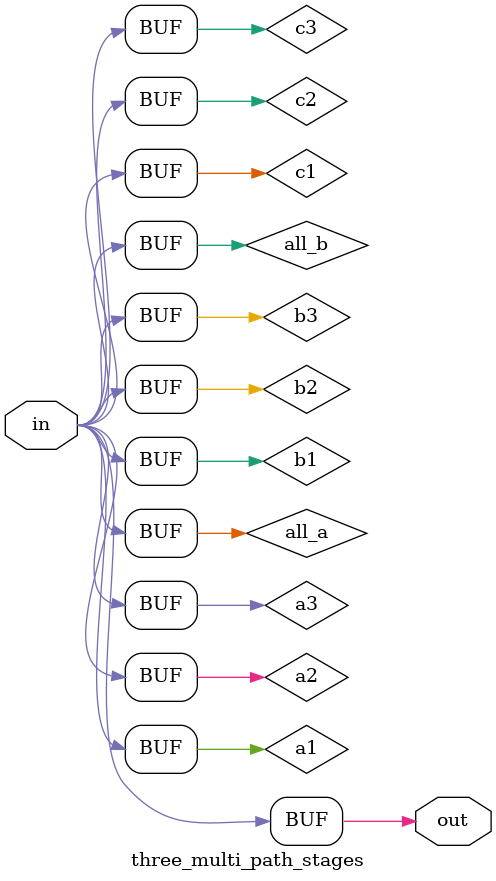
<source format=sv>
module three_multi_path_stages
  (
    input logic in,
    output logic out
  );

  logic a1, a2, a3;
  logic all_a;
  logic b1, b2, b3;
  logic all_b;
  logic c1, c2, c3;

  always_comb begin
    a1 = in;
    a2 = in;
    a3 = in;
  end

  assign all_a = a1 | a2 | a3;

  always_comb begin
    b1 = all_a;
    b2 = all_a;
    b3 = all_a;
  end

  assign all_b = b1 | b2 | b3;

  always_comb begin
    c1 = all_b;
    c2 = all_b;
    c3 = all_b;
  end

  assign out = c1 | c2 | c3;

endmodule

</source>
